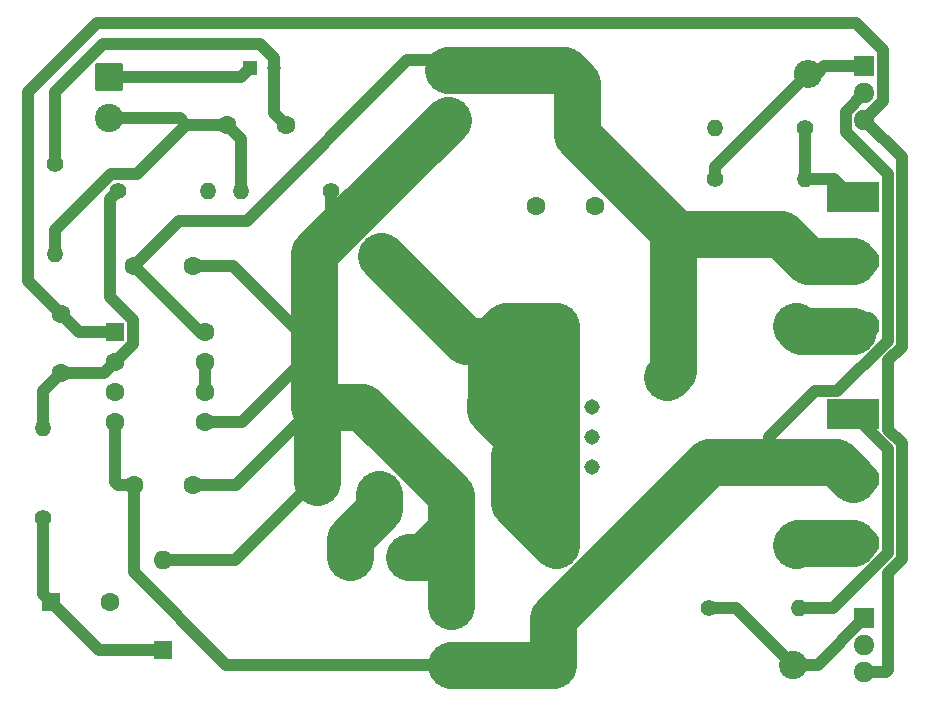
<source format=gbr>
%TF.GenerationSoftware,KiCad,Pcbnew,9.0.0*%
%TF.CreationDate,2025-04-03T19:27:17-04:00*%
%TF.ProjectId,diamond,6469616d-6f6e-4642-9e6b-696361645f70,rev?*%
%TF.SameCoordinates,Original*%
%TF.FileFunction,Copper,L2,Bot*%
%TF.FilePolarity,Positive*%
%FSLAX46Y46*%
G04 Gerber Fmt 4.6, Leading zero omitted, Abs format (unit mm)*
G04 Created by KiCad (PCBNEW 9.0.0) date 2025-04-03 19:27:17*
%MOMM*%
%LPD*%
G01*
G04 APERTURE LIST*
G04 Aperture macros list*
%AMRoundRect*
0 Rectangle with rounded corners*
0 $1 Rounding radius*
0 $2 $3 $4 $5 $6 $7 $8 $9 X,Y pos of 4 corners*
0 Add a 4 corners polygon primitive as box body*
4,1,4,$2,$3,$4,$5,$6,$7,$8,$9,$2,$3,0*
0 Add four circle primitives for the rounded corners*
1,1,$1+$1,$2,$3*
1,1,$1+$1,$4,$5*
1,1,$1+$1,$6,$7*
1,1,$1+$1,$8,$9*
0 Add four rect primitives between the rounded corners*
20,1,$1+$1,$2,$3,$4,$5,0*
20,1,$1+$1,$4,$5,$6,$7,0*
20,1,$1+$1,$6,$7,$8,$9,0*
20,1,$1+$1,$8,$9,$2,$3,0*%
G04 Aperture macros list end*
%TA.AperFunction,ComponentPad*%
%ADD10O,1.600000X1.600000*%
%TD*%
%TA.AperFunction,ComponentPad*%
%ADD11R,1.600000X1.600000*%
%TD*%
%TA.AperFunction,ComponentPad*%
%ADD12C,1.600000*%
%TD*%
%TA.AperFunction,ComponentPad*%
%ADD13C,3.000000*%
%TD*%
%TA.AperFunction,ComponentPad*%
%ADD14C,1.400000*%
%TD*%
%TA.AperFunction,ComponentPad*%
%ADD15O,1.400000X1.400000*%
%TD*%
%TA.AperFunction,ComponentPad*%
%ADD16R,1.200000X1.200000*%
%TD*%
%TA.AperFunction,ComponentPad*%
%ADD17C,1.200000*%
%TD*%
%TA.AperFunction,ComponentPad*%
%ADD18RoundRect,0.250001X-0.949999X0.949999X-0.949999X-0.949999X0.949999X-0.949999X0.949999X0.949999X0*%
%TD*%
%TA.AperFunction,ComponentPad*%
%ADD19C,2.400000*%
%TD*%
%TA.AperFunction,ComponentPad*%
%ADD20R,4.500000X2.500000*%
%TD*%
%TA.AperFunction,ComponentPad*%
%ADD21O,4.500000X2.500000*%
%TD*%
%TA.AperFunction,ComponentPad*%
%ADD22RoundRect,0.250000X-0.550000X-0.550000X0.550000X-0.550000X0.550000X0.550000X-0.550000X0.550000X0*%
%TD*%
%TA.AperFunction,ComponentPad*%
%ADD23O,2.400000X2.400000*%
%TD*%
%TA.AperFunction,ComponentPad*%
%ADD24R,1.800000X1.710000*%
%TD*%
%TA.AperFunction,ComponentPad*%
%ADD25O,1.800000X1.710000*%
%TD*%
%TA.AperFunction,ComponentPad*%
%ADD26R,2.200000X2.200000*%
%TD*%
%TA.AperFunction,ComponentPad*%
%ADD27O,2.200000X2.200000*%
%TD*%
%TA.AperFunction,ComponentPad*%
%ADD28C,1.308000*%
%TD*%
%TA.AperFunction,Conductor*%
%ADD29C,1.000000*%
%TD*%
%TA.AperFunction,Conductor*%
%ADD30C,4.000000*%
%TD*%
G04 APERTURE END LIST*
D10*
%TO.P,D1,2,A*%
%TO.N,GND*%
X112268000Y-97790000D03*
D11*
%TO.P,D1,1,K*%
%TO.N,Net-(D1-K)*%
X112268000Y-105410000D03*
%TD*%
D12*
%TO.P,C1,2*%
%TO.N,GND*%
X107753349Y-101346000D03*
D11*
%TO.P,C1,1*%
%TO.N,Net-(D1-K)*%
X102753349Y-101346000D03*
%TD*%
D13*
%TO.P,J4,1,1*%
%TO.N,B-*%
X164846000Y-89562000D03*
%TO.P,J4,2,2*%
X159766000Y-89562000D03*
%TD*%
D14*
%TO.P,R12,1*%
%TO.N,GND*%
X126492000Y-66548000D03*
D15*
%TO.P,R12,2*%
%TO.N,GNDS*%
X118872000Y-66548000D03*
%TD*%
D16*
%TO.P,C5,1*%
%TO.N,IN*%
X119666000Y-56134000D03*
D17*
%TO.P,C5,2*%
%TO.N,Net-(U1A-+)*%
X121666000Y-56134000D03*
%TD*%
D14*
%TO.P,R6,1*%
%TO.N,Net-(Q1-E)*%
X158496000Y-101854000D03*
D15*
%TO.P,R6,2*%
%TO.N,Net-(Q4-B)*%
X166116000Y-101854000D03*
%TD*%
D13*
%TO.P,J3,1,1*%
%TO.N,B+*%
X164846000Y-70258000D03*
%TO.P,J3,2,2*%
X159766000Y-70258000D03*
%TD*%
D18*
%TO.P,J1,1,Pin_1*%
%TO.N,IN*%
X107696000Y-56924000D03*
D19*
%TO.P,J1,2,Pin_2*%
%TO.N,GNDS*%
X107696000Y-60424000D03*
%TD*%
D12*
%TO.P,C2,1*%
%TO.N,Net-(Q3-C)*%
X148804000Y-67818000D03*
%TO.P,C2,2*%
%TO.N,Net-(Q4-B)*%
X143804000Y-67818000D03*
%TD*%
D14*
%TO.P,R7,1*%
%TO.N,Net-(Q3-C)*%
X166624000Y-61214000D03*
D15*
%TO.P,R7,2*%
%TO.N,Net-(R7-Pad2)*%
X159004000Y-61214000D03*
%TD*%
D20*
%TO.P,Q3,1,C*%
%TO.N,Net-(Q3-C)*%
X170654000Y-67078000D03*
D21*
%TO.P,Q3,2,B*%
%TO.N,B+*%
X170654000Y-72528000D03*
%TO.P,Q3,3,E*%
%TO.N,Net-(Q3-E)*%
X170654000Y-77978000D03*
%TD*%
D14*
%TO.P,R3,1*%
%TO.N,Net-(D1-K)*%
X102108000Y-94234000D03*
D15*
%TO.P,R3,2*%
%TO.N,Net-(U1A--)*%
X102108000Y-86614000D03*
%TD*%
D12*
%TO.P,C3,1*%
%TO.N,Net-(U1A--)*%
X103632000Y-82002000D03*
%TO.P,C3,2*%
%TO.N,Net-(Q1-B)*%
X103632000Y-77002000D03*
%TD*%
%TO.P,C8,1*%
%TO.N,B-*%
X109768000Y-91440000D03*
%TO.P,C8,2*%
%TO.N,GND*%
X114768000Y-91440000D03*
%TD*%
D22*
%TO.P,U1,1*%
%TO.N,Net-(Q1-B)*%
X108209000Y-78486000D03*
D12*
%TO.P,U1,2,-*%
%TO.N,Net-(U1A--)*%
X108209000Y-81026000D03*
%TO.P,U1,3,+*%
%TO.N,Net-(U1A-+)*%
X108209000Y-83566000D03*
%TO.P,U1,4,V-*%
%TO.N,B-*%
X108209000Y-86106000D03*
%TO.P,U1,5,+*%
%TO.N,GND*%
X115829000Y-86106000D03*
%TO.P,U1,6,-*%
%TO.N,Net-(U1B--)*%
X115829000Y-83566000D03*
%TO.P,U1,7*%
X115829000Y-81026000D03*
%TO.P,U1,8,V+*%
%TO.N,B+*%
X115829000Y-78486000D03*
%TD*%
D13*
%TO.P,J2,1,1*%
%TO.N,SPK*%
X139954000Y-85090000D03*
%TO.P,J2,2,2*%
X139954000Y-80010000D03*
%TD*%
D19*
%TO.P,R1,1*%
%TO.N,Net-(Q1-E)*%
X165608000Y-106680000D03*
D23*
%TO.P,R1,2*%
%TO.N,B-*%
X145288000Y-106680000D03*
%TD*%
D11*
%TO.P,C11,1*%
%TO.N,B+*%
X136398000Y-55509349D03*
D12*
%TO.P,C11,2*%
%TO.N,GND*%
X136398000Y-60509349D03*
%TD*%
D24*
%TO.P,Q2,1,E*%
%TO.N,Net-(Q2-E)*%
X171654000Y-56018000D03*
D25*
%TO.P,Q2,2,C*%
%TO.N,B-*%
X171654000Y-58298000D03*
%TO.P,Q2,3,B*%
%TO.N,Net-(Q1-B)*%
X171654000Y-60578000D03*
%TD*%
D19*
%TO.P,R8,1*%
%TO.N,Net-(Q3-E)*%
X165862000Y-77978000D03*
D23*
%TO.P,R8,2*%
%TO.N,SPK*%
X145542000Y-77978000D03*
%TD*%
D14*
%TO.P,R10,1*%
%TO.N,Net-(U1A-+)*%
X103124000Y-64262000D03*
D15*
%TO.P,R10,2*%
%TO.N,GNDS*%
X103124000Y-71882000D03*
%TD*%
D19*
%TO.P,R2,1*%
%TO.N,B+*%
X146558000Y-56642000D03*
D23*
%TO.P,R2,2*%
%TO.N,Net-(Q2-E)*%
X166878000Y-56642000D03*
%TD*%
D13*
%TO.P,J5,1,1*%
%TO.N,GND*%
X125068000Y-80010000D03*
%TO.P,J5,2,2*%
X125068000Y-74930000D03*
%TD*%
D19*
%TO.P,R9,1*%
%TO.N,SPK*%
X145542000Y-96520000D03*
D23*
%TO.P,R9,2*%
%TO.N,Net-(Q4-E)*%
X165862000Y-96520000D03*
%TD*%
D12*
%TO.P,C6,1*%
%TO.N,Net-(C6-Pad1)*%
X128056000Y-97536000D03*
%TO.P,C6,2*%
%TO.N,GND*%
X133056000Y-97536000D03*
%TD*%
D13*
%TO.P,J6,1,1*%
%TO.N,GND*%
X124968000Y-91186000D03*
%TO.P,J6,2,2*%
X124968000Y-86106000D03*
%TD*%
D26*
%TO.P,D2,1,K*%
%TO.N,B+*%
X154940000Y-82296000D03*
D27*
%TO.P,D2,2,A*%
%TO.N,B-*%
X154940000Y-92456000D03*
%TD*%
D11*
%TO.P,C12,1*%
%TO.N,GND*%
X136652000Y-101680000D03*
D12*
%TO.P,C12,2*%
%TO.N,B-*%
X136652000Y-106680000D03*
%TD*%
D14*
%TO.P,R4,1*%
%TO.N,Net-(U1A--)*%
X108458000Y-66548000D03*
D15*
%TO.P,R4,2*%
%TO.N,SPK*%
X116078000Y-66548000D03*
%TD*%
D20*
%TO.P,Q4,1,B*%
%TO.N,Net-(Q4-B)*%
X170654000Y-85482000D03*
D21*
%TO.P,Q4,2,C*%
%TO.N,B-*%
X170654000Y-90932000D03*
%TO.P,Q4,3,E*%
%TO.N,Net-(Q4-E)*%
X170654000Y-96382000D03*
%TD*%
D12*
%TO.P,C7,1*%
%TO.N,B+*%
X109768000Y-72898000D03*
%TO.P,C7,2*%
%TO.N,GND*%
X114768000Y-72898000D03*
%TD*%
D14*
%TO.P,R5,1*%
%TO.N,Net-(Q2-E)*%
X159004000Y-65532000D03*
D15*
%TO.P,R5,2*%
%TO.N,Net-(Q3-C)*%
X166624000Y-65532000D03*
%TD*%
D19*
%TO.P,R11,1*%
%TO.N,SPK*%
X130556000Y-71882000D03*
D23*
%TO.P,R11,2*%
%TO.N,Net-(C6-Pad1)*%
X130556000Y-92202000D03*
%TD*%
D12*
%TO.P,C4,1*%
%TO.N,Net-(U1A-+)*%
X122642000Y-60960000D03*
%TO.P,C4,2*%
%TO.N,GNDS*%
X117642000Y-60960000D03*
%TD*%
D24*
%TO.P,Q1,1,E*%
%TO.N,Net-(Q1-E)*%
X171654000Y-102766000D03*
D25*
%TO.P,Q1,2,C*%
%TO.N,B+*%
X171654000Y-105046000D03*
%TO.P,Q1,3,B*%
%TO.N,Net-(Q1-B)*%
X171654000Y-107326000D03*
%TD*%
D28*
%TO.P,RV1,1,1*%
%TO.N,Net-(R7-Pad2)*%
X148590000Y-84836000D03*
%TO.P,RV1,2,2*%
X148590000Y-87376000D03*
%TO.P,RV1,3,3*%
%TO.N,Net-(Q4-B)*%
X148590000Y-89916000D03*
%TD*%
D29*
%TO.N,Net-(Q1-B)*%
X173255000Y-58977000D02*
X171654000Y-60578000D01*
X173255000Y-54672709D02*
X173255000Y-58977000D01*
X106680000Y-52324000D02*
X170906291Y-52324000D01*
X100838000Y-58166000D02*
X106680000Y-52324000D01*
X100838000Y-74208000D02*
X100838000Y-58166000D01*
X103632000Y-77002000D02*
X100838000Y-74208000D01*
X170906291Y-52324000D02*
X173255000Y-54672709D01*
%TO.N,IN*%
X119666000Y-56134000D02*
X118876000Y-56924000D01*
X118876000Y-56924000D02*
X107696000Y-56924000D01*
%TO.N,Net-(U1A-+)*%
X121666000Y-55285472D02*
X121666000Y-56134000D01*
X107188000Y-54102000D02*
X120482528Y-54102000D01*
X120482528Y-54102000D02*
X121666000Y-55285472D01*
X103124000Y-58166000D02*
X107188000Y-54102000D01*
X103124000Y-64262000D02*
X103124000Y-58166000D01*
D30*
%TO.N,B+*%
X146251000Y-56335000D02*
X136398000Y-56335000D01*
X146558000Y-56642000D02*
X146251000Y-56335000D01*
D29*
%TO.N,Net-(D1-K)*%
X106817349Y-105410000D02*
X112268000Y-105410000D01*
%TO.N,B-*%
X117602000Y-106680000D02*
X136652000Y-106680000D01*
X109768000Y-98846000D02*
X117602000Y-106680000D01*
X109768000Y-91440000D02*
X109768000Y-98846000D01*
%TO.N,GND*%
X118464002Y-91439998D02*
X125068000Y-84836000D01*
X118464002Y-91440000D02*
X118464002Y-91439998D01*
X118464002Y-91440000D02*
X114768000Y-91440000D01*
%TO.N,Net-(U1A--)*%
X102108000Y-83526000D02*
X102108000Y-86614000D01*
X103632000Y-82002000D02*
X102108000Y-83526000D01*
%TO.N,Net-(U1B--)*%
X115829000Y-81026000D02*
X115829000Y-83566000D01*
%TO.N,GND*%
X118972000Y-86106000D02*
X125068000Y-80010000D01*
X115829000Y-86106000D02*
X118972000Y-86106000D01*
D30*
X134366000Y-97536000D02*
X136652000Y-95250000D01*
X126901674Y-70005674D02*
X136370349Y-60537000D01*
X125322000Y-86106000D02*
X125322000Y-91186000D01*
D29*
X118210002Y-72898000D02*
X125068002Y-79756000D01*
D30*
X136652000Y-92358304D02*
X129129696Y-84836000D01*
X125068000Y-84836000D02*
X125068000Y-79756000D01*
X129129696Y-84836000D02*
X125068000Y-84836000D01*
D29*
X126492000Y-66548000D02*
X126492000Y-69596000D01*
D30*
X133056000Y-97536000D02*
X134366000Y-97536000D01*
X136652000Y-95250000D02*
X136652000Y-101680000D01*
X125068002Y-71839346D02*
X125068002Y-79756000D01*
X126901674Y-70005674D02*
X125068002Y-71839346D01*
D29*
X114768000Y-72898000D02*
X118210002Y-72898000D01*
D30*
X136652000Y-95250000D02*
X136652000Y-92358304D01*
D29*
X126492000Y-69596000D02*
X126901674Y-70005674D01*
D30*
X136370349Y-60537000D02*
X136398000Y-60537000D01*
D29*
%TO.N,Net-(Q1-B)*%
X173666000Y-107124000D02*
X173666000Y-98886847D01*
X173666000Y-80899847D02*
X174805000Y-79760847D01*
X174805000Y-79760847D02*
X174805000Y-63729000D01*
X171654000Y-107326000D02*
X173464000Y-107326000D01*
X173666000Y-86796944D02*
X173666000Y-80899847D01*
X108209000Y-78486000D02*
X105116000Y-78486000D01*
X105116000Y-78486000D02*
X103632000Y-77002000D01*
X174805000Y-97747847D02*
X174805000Y-87935944D01*
X173464000Y-107326000D02*
X173666000Y-107124000D01*
X174805000Y-87935944D02*
X173666000Y-86796944D01*
X174805000Y-63729000D02*
X171654000Y-60578000D01*
X173666000Y-98886847D02*
X174805000Y-97747847D01*
%TO.N,Net-(U1A--)*%
X107758000Y-75583156D02*
X109710000Y-77535156D01*
X108458000Y-66548000D02*
X107758000Y-67248000D01*
X109710000Y-77535156D02*
X109710000Y-79525000D01*
X109710000Y-79525000D02*
X108209000Y-81026000D01*
X103632000Y-82002000D02*
X107233000Y-82002000D01*
X107233000Y-82002000D02*
X108209000Y-81026000D01*
X107758000Y-67248000D02*
X107758000Y-75583156D01*
%TO.N,Net-(U1A-+)*%
X121666000Y-59984000D02*
X122642000Y-60960000D01*
X121666000Y-56134000D02*
X121666000Y-59984000D01*
D30*
%TO.N,Net-(C6-Pad1)*%
X128056000Y-96012000D02*
X130590277Y-93477723D01*
X130590277Y-93477723D02*
X130590277Y-92236278D01*
X128056000Y-97536000D02*
X128056000Y-96012000D01*
D29*
%TO.N,Net-(Q1-E)*%
X158496000Y-101854000D02*
X160782000Y-101854000D01*
X167740000Y-106680000D02*
X171654000Y-102766000D01*
X165608000Y-106680000D02*
X167740000Y-106680000D01*
X160782000Y-101854000D02*
X165608000Y-106680000D01*
%TO.N,Net-(Q2-E)*%
X167640000Y-56642000D02*
X166878000Y-56642000D01*
X166878000Y-56642000D02*
X159004000Y-64516000D01*
X168264000Y-56018000D02*
X167640000Y-56642000D01*
X171654000Y-56018000D02*
X168264000Y-56018000D01*
X159004000Y-64516000D02*
X159004000Y-65532000D01*
%TO.N,Net-(Q3-C)*%
X166624000Y-65532000D02*
X169108000Y-65532000D01*
X169108000Y-65532000D02*
X170654000Y-67078000D01*
X166624000Y-61214000D02*
X166624000Y-65532000D01*
D30*
%TO.N,Net-(Q3-E)*%
X166279000Y-78395000D02*
X170654000Y-78395000D01*
X165862000Y-77978000D02*
X166279000Y-78395000D01*
D29*
%TO.N,Net-(Q4-B)*%
X166116000Y-101854000D02*
X169001791Y-101854000D01*
X173605000Y-88433000D02*
X170654000Y-85482000D01*
X169001791Y-101854000D02*
X173605000Y-97250791D01*
X173605000Y-97250791D02*
X173605000Y-88433000D01*
D30*
%TO.N,Net-(Q4-E)*%
X166000000Y-96382000D02*
X165862000Y-96520000D01*
X170654000Y-96382000D02*
X166000000Y-96382000D01*
%TO.N,SPK*%
X145542000Y-96520000D02*
X145542000Y-85344000D01*
X142494000Y-85344000D02*
X141070000Y-85344000D01*
X145542000Y-85344000D02*
X145542000Y-82550000D01*
X141986000Y-92964000D02*
X141986000Y-88900000D01*
X141324000Y-78332000D02*
X143383000Y-80391000D01*
X142494000Y-93472000D02*
X145542000Y-96520000D01*
X141070000Y-85344000D02*
X140054000Y-84328000D01*
X139954000Y-84428000D02*
X139954000Y-85090000D01*
X142494000Y-87630000D02*
X142494000Y-93472000D01*
X140054000Y-84328000D02*
X140054000Y-79248000D01*
X140054000Y-84328000D02*
X139954000Y-84428000D01*
X143383000Y-80391000D02*
X145542000Y-82550000D01*
X142494000Y-93472000D02*
X141986000Y-92964000D01*
X137921999Y-79248000D02*
X130761937Y-72087938D01*
X141986000Y-88900000D02*
X143002000Y-87884000D01*
X142494000Y-85344000D02*
X142494000Y-81280000D01*
X139954000Y-85090000D02*
X142494000Y-87630000D01*
X141324000Y-77978000D02*
X141324000Y-78332000D01*
X142494000Y-81280000D02*
X143383000Y-80391000D01*
X143002000Y-87884000D02*
X142494000Y-87376000D01*
X145542000Y-82550000D02*
X145542000Y-77978000D01*
X140054000Y-79248000D02*
X137921999Y-79248000D01*
X142494000Y-87376000D02*
X142494000Y-81280000D01*
X141324000Y-77978000D02*
X140054000Y-79248000D01*
X145542000Y-77978000D02*
X141324000Y-77978000D01*
X145542000Y-85344000D02*
X142494000Y-85344000D01*
D29*
%TO.N,B+*%
X115829000Y-78486000D02*
X115356000Y-78486000D01*
D30*
X155448000Y-81788000D02*
X154940000Y-82296000D01*
X159512000Y-70258000D02*
X155718651Y-70258000D01*
X166862000Y-72528000D02*
X164592000Y-70258000D01*
X155718651Y-70258000D02*
X147320000Y-61859349D01*
D29*
X113578000Y-69088000D02*
X119380000Y-69088000D01*
D30*
X159512000Y-70258000D02*
X164592000Y-70258000D01*
D29*
X132958651Y-55509349D02*
X136398000Y-55509349D01*
D30*
X147320000Y-61859349D02*
X147320000Y-57404000D01*
D29*
X119380000Y-69088000D02*
X132958651Y-55509349D01*
D30*
X147320000Y-57404000D02*
X146558000Y-56642000D01*
X170654000Y-72528000D02*
X166862000Y-72528000D01*
D29*
X115356000Y-78486000D02*
X109768000Y-72898000D01*
D30*
X155718651Y-70258000D02*
X155448000Y-70528651D01*
D29*
X109768000Y-72898000D02*
X113578000Y-69088000D01*
D30*
%TO.N,B-*%
X145288000Y-102770000D02*
X158496000Y-89562000D01*
D29*
X171654000Y-58298000D02*
X170053000Y-59899000D01*
X108209000Y-86106000D02*
X108209000Y-91186000D01*
X170053000Y-61575000D02*
X173605000Y-65127000D01*
X173605000Y-65127000D02*
X173605000Y-79263791D01*
X169337791Y-83531000D02*
X167485680Y-83531000D01*
X109768000Y-91440000D02*
X108463000Y-91440000D01*
D30*
X145288000Y-106680000D02*
X145288000Y-102770000D01*
D29*
X167485680Y-83531000D02*
X163576000Y-87440680D01*
D30*
X145288000Y-106680000D02*
X136652000Y-106680000D01*
X169284000Y-89562000D02*
X170654000Y-90932000D01*
D29*
X170053000Y-59899000D02*
X170053000Y-61575000D01*
X108463000Y-91440000D02*
X108209000Y-91186000D01*
X173605000Y-79263791D02*
X169337791Y-83531000D01*
X163576000Y-87440680D02*
X163576000Y-89562000D01*
D30*
X158496000Y-89562000D02*
X169284000Y-89562000D01*
D29*
%TO.N,GNDS*%
X117642000Y-60960000D02*
X114250500Y-60960000D01*
X110063500Y-65147000D02*
X114250500Y-60960000D01*
X107696000Y-60424000D02*
X113714500Y-60424000D01*
X118872000Y-62190000D02*
X117642000Y-60960000D01*
X118872000Y-66548000D02*
X118872000Y-62190000D01*
X113714500Y-60424000D02*
X114250500Y-60960000D01*
X107877686Y-65147000D02*
X110063500Y-65147000D01*
X103124000Y-69900686D02*
X107877686Y-65147000D01*
X103124000Y-71882000D02*
X103124000Y-69900686D01*
D30*
%TO.N,B+*%
X155448000Y-70528651D02*
X155448000Y-81788000D01*
D29*
%TO.N,Net-(D1-K)*%
X102108000Y-94234000D02*
X102108000Y-100700651D01*
X102108000Y-100700651D02*
X102753349Y-101346000D01*
X102753349Y-101346000D02*
X106817349Y-105410000D01*
%TO.N,GND*%
X118364000Y-97790000D02*
X124968000Y-91186000D01*
X112268000Y-97790000D02*
X118364000Y-97790000D01*
%TD*%
M02*

</source>
